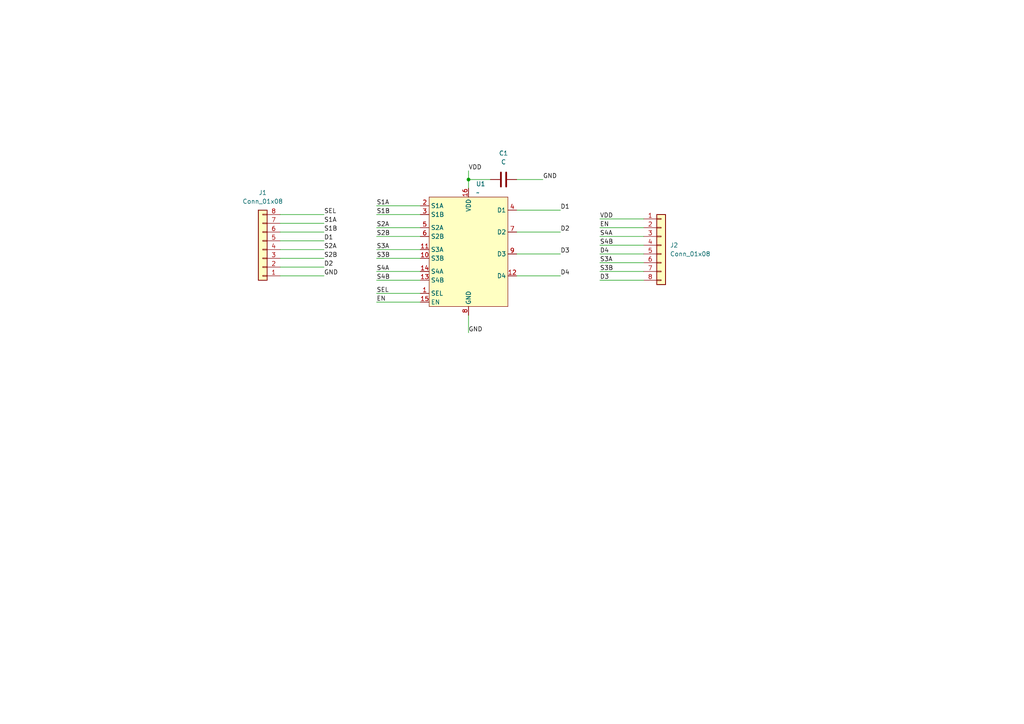
<source format=kicad_sch>
(kicad_sch (version 20250114) (generator "eeschema") (generator_version "9.0")
  (paper "A4")
  (lib_symbols
    (symbol "Battery Emulator:SN3257-Q1"
      (property "Reference" "U" (at 0 0 0))
      (symbol "SN3257-Q1_0_0"
        (pin input line (at -7.62 5.08 0) (length 2.54) (name "S1A") (number "2"))
        (pin input line (at -7.62 2.54 0) (length 2.54) (name "S1B") (number "3"))
        (pin input line (at -7.62 -1.27 0) (length 2.54) (name "S2A") (number "5"))
        (pin input line (at -7.62 -3.81 0) (length 2.54) (name "S2B") (number "6"))
        (pin input line (at -7.62 -7.62 0) (length 2.54) (name "S3A") (number "11"))
        (pin input line (at -7.62 -10.16 0) (length 2.54) (name "S3B") (number "10"))
        (pin input line (at -7.62 -13.97 0) (length 2.54) (name "S4A") (number "14"))
        (pin input line (at -7.62 -16.51 0) (length 2.54) (name "S4B") (number "13"))
        (pin output line (at 20.32 3.81 180) (length 2.54) (name "D1") (number "4"))
        (pin output line (at 20.32 -2.54 180) (length 2.54) (name "D2") (number "7"))
        (pin output line (at 20.32 -8.89 180) (length 2.54) (name "D3") (number "9"))
        (pin output line (at 20.32 -15.24 180) (length 2.54) (name "D4") (number "12"))
      )
      (symbol "SN3257-Q1_1_0"
        (pin input line (at -7.62 -20.32 0) (length 2.54) (name "SEL") (number "1"))
        (pin input line (at -7.62 -22.86 0) (length 2.54) (name "EN") (number "15"))
        (pin input line (at 6.35 10.16 270) (length 2.54) (name "VDD") (number "16"))
        (pin input line (at 6.35 -26.67 90) (length 2.54) (name "GND") (number "8"))
      )
      (symbol "SN3257-Q1_1_1"
        (rectangle (start -5.08 7.62) (end 17.78 -24.13) (fill (type background)))
      )
    )
    (symbol "Connector_Generic:Conn_01x08" (pin_names (offset 1.016) (hide yes))
      (property "Reference" "J" (at 0 10.16 0))
      (property "Value" "Conn_01x08" (at 0 -12.7 0))
      (symbol "Conn_01x08_1_1"
        (rectangle (start -1.27 8.89) (end 1.27 -11.43) (stroke (width 0.254)) (fill (type background)))
        (rectangle (start -1.27 7.747) (end 0 7.493) (stroke (width 0.1524)))
        (rectangle (start -1.27 5.207) (end 0 4.953) (stroke (width 0.1524)))
        (rectangle (start -1.27 2.667) (end 0 2.413) (stroke (width 0.1524)))
        (rectangle (start -1.27 0.127) (end 0 -0.127) (stroke (width 0.1524)))
        (rectangle (start -1.27 -2.413) (end 0 -2.667) (stroke (width 0.1524)))
        (rectangle (start -1.27 -4.953) (end 0 -5.207) (stroke (width 0.1524)))
        (rectangle (start -1.27 -7.493) (end 0 -7.747) (stroke (width 0.1524)))
        (rectangle (start -1.27 -10.033) (end 0 -10.287) (stroke (width 0.1524)))
        (pin passive line (at -5.08 7.62 0) (length 3.81) (name "Pin_1") (number "1"))
        (pin passive line (at -5.08 5.08 0) (length 3.81) (name "Pin_2") (number "2"))
        (pin passive line (at -5.08 2.54 0) (length 3.81) (name "Pin_3") (number "3"))
        (pin passive line (at -5.08 0 0) (length 3.81) (name "Pin_4") (number "4"))
        (pin passive line (at -5.08 -2.54 0) (length 3.81) (name "Pin_5") (number "5"))
        (pin passive line (at -5.08 -5.08 0) (length 3.81) (name "Pin_6") (number "6"))
        (pin passive line (at -5.08 -7.62 0) (length 3.81) (name "Pin_7") (number "7"))
        (pin passive line (at -5.08 -10.16 0) (length 3.81) (name "Pin_8") (number "8"))
      )
    )
    (symbol "Device:C" (pin_numbers (hide yes)) (pin_names (offset 0.254))
      (property "Reference" "C" (at 0.635 2.54 0))
      (property "Value" "C" (at 0.635 -2.54 0))
      (symbol "C_0_1"
        (polyline (pts (xy -2.032 0.762) (xy 2.032 0.762)) (stroke (width 0.508)))
        (polyline (pts (xy -2.032 -0.762) (xy 2.032 -0.762)) (stroke (width 0.508)))
      )
      (symbol "C_1_1"
        (pin passive line (at 0 3.81 270) (length 2.794) (name "~") (number "1"))
        (pin passive line (at 0 -3.81 90) (length 2.794) (name "~") (number "2"))
      )
    )
  )
  (junction (at 135.89 52.07))
  (wire (pts (xy 173.99 68.58) (xy 186.69 68.58)))
  (wire (pts (xy 109.22 78.74) (xy 121.92 78.74)))
  (wire (pts (xy 173.99 78.74) (xy 186.69 78.74)))
  (wire (pts (xy 81.28 67.31) (xy 93.98 67.31)))
  (wire (pts (xy 173.99 81.28) (xy 186.69 81.28)))
  (wire (pts (xy 109.22 74.93) (xy 121.92 74.93)))
  (wire (pts (xy 149.86 73.66) (xy 162.56 73.66)))
  (wire (pts (xy 173.99 63.5) (xy 186.69 63.5)))
  (wire (pts (xy 81.28 77.47) (xy 93.98 77.47)))
  (wire (pts (xy 109.22 66.04) (xy 121.92 66.04)))
  (wire (pts (xy 81.28 64.77) (xy 93.98 64.77)))
  (wire (pts (xy 81.28 74.93) (xy 93.98 74.93)))
  (wire (pts (xy 109.22 68.58) (xy 121.92 68.58)))
  (wire (pts (xy 81.28 69.85) (xy 93.98 69.85)))
  (wire (pts (xy 135.89 52.07) (xy 142.24 52.07)))
  (wire (pts (xy 81.28 80.01) (xy 93.98 80.01)))
  (wire (pts (xy 109.22 59.69) (xy 121.92 59.69)))
  (wire (pts (xy 109.22 62.23) (xy 121.92 62.23)))
  (wire (pts (xy 135.89 49.53) (xy 135.89 52.07)))
  (wire (pts (xy 109.22 72.39) (xy 121.92 72.39)))
  (wire (pts (xy 109.22 85.09) (xy 121.92 85.09)))
  (wire (pts (xy 149.86 67.31) (xy 162.56 67.31)))
  (wire (pts (xy 135.89 52.07) (xy 135.89 54.61)))
  (wire (pts (xy 149.86 52.07) (xy 157.48 52.07)))
  (wire (pts (xy 173.99 76.2) (xy 186.69 76.2)))
  (wire (pts (xy 149.86 80.01) (xy 162.56 80.01)))
  (wire (pts (xy 109.22 81.28) (xy 121.92 81.28)))
  (wire (pts (xy 135.89 91.44) (xy 135.89 96.52)))
  (wire (pts (xy 173.99 66.04) (xy 186.69 66.04)))
  (wire (pts (xy 149.86 60.96) (xy 162.56 60.96)))
  (wire (pts (xy 81.28 72.39) (xy 93.98 72.39)))
  (wire (pts (xy 109.22 87.63) (xy 121.92 87.63)))
  (wire (pts (xy 173.99 71.12) (xy 186.69 71.12)))
  (wire (pts (xy 81.28 62.23) (xy 93.98 62.23)))
  (wire (pts (xy 173.99 73.66) (xy 186.69 73.66)))
  (label "S2A" (at 109.22 66.04 0))
  (label "S3B" (at 109.22 74.93 0))
  (label "S3A" (at 109.22 72.39 0))
  (label "D2" (at 93.98 77.47 0))
  (label "S3B" (at 173.99 78.74 0))
  (label "GND" (at 93.98 80.01 0))
  (label "D4" (at 173.99 73.66 0))
  (label "GND" (at 157.48 52.07 0))
  (label "S1B" (at 109.22 62.23 0))
  (label "VDD" (at 173.99 63.5 0))
  (label "D2" (at 162.56 67.31 0))
  (label "S2B" (at 109.22 68.58 0))
  (label "D4" (at 162.56 80.01 0))
  (label "S4B" (at 173.99 71.12 0))
  (label "D1" (at 162.56 60.96 0))
  (label "D3" (at 173.99 81.28 0))
  (label "S2B" (at 93.98 74.93 0))
  (label "D3" (at 162.56 73.66 0))
  (label "S4A" (at 173.99 68.58 0))
  (label "D1" (at 93.98 69.85 0))
  (label "S1A" (at 109.22 59.69 0))
  (label "EN" (at 109.22 87.63 0))
  (label "S3A" (at 173.99 76.2 0))
  (label "S4A" (at 109.22 78.74 0))
  (label "EN" (at 173.99 66.04 0))
  (label "VDD" (at 135.89 49.53 0))
  (label "S1B" (at 93.98 67.31 0))
  (label "SEL" (at 93.98 62.23 0))
  (label "S2A" (at 93.98 72.39 0))
  (label "S1A" (at 93.98 64.77 0))
  (label "SEL" (at 109.22 85.09 0))
  (label "S4B" (at 109.22 81.28 0))
  (label "GND" (at 135.89 96.52 0))
  (symbol (lib_id "Connector_Generic:Conn_01x08") (at 76.2 72.39 180) (unit 1)
    (property "Reference" "J1" (at 76.2 55.88 0))
    (property "Value" "Conn_01x08" (at 76.2 58.42 0))
    (property "Footprint" "Connector_PinHeader_2.54mm:PinHeader_1x08_P2.54mm_Vertical" (effects (hide yes)))
    (property "Description" "Generic connector, single row, 01x08, script generated (kicad-library-utils/schlib/autogen/connector/)" (effects (hide yes)))
  )
  (symbol (lib_id "Battery Emulator:SN3257-Q1") (at 129.54 64.77 0) (unit 1)
    (property "Reference" "U1" (at 138.0333 53.34 0) (effects (justify left)))
    (property "Value" "~" (at 138.0333 55.88 0) (effects (justify left)))
    (property "Footprint" "battery_emulator:SOIC_PRQ1_TEX-L" (effects (hide yes)))
  )
  (symbol (lib_id "Device:C") (at 146.05 52.07 270) (unit 1)
    (property "Reference" "C1" (at 146.05 44.45 90))
    (property "Value" "C" (at 146.05 46.99 90))
    (property "Footprint" "Capacitor_THT:C_Disc_D3.0mm_W1.6mm_P2.50mm" (effects (hide yes)))
    (property "Description" "Unpolarized capacitor" (effects (hide yes)))
  )
  (symbol (lib_id "Connector_Generic:Conn_01x08") (at 191.77 71.12 0) (unit 1)
    (property "Reference" "J2" (at 194.31 71.1199 0) (effects (justify left)))
    (property "Value" "Conn_01x08" (at 194.31 73.6599 0) (effects (justify left)))
    (property "Footprint" "Connector_PinHeader_2.54mm:PinHeader_1x08_P2.54mm_Vertical" (effects (hide yes)))
    (property "Description" "Generic connector, single row, 01x08, script generated (kicad-library-utils/schlib/autogen/connector/)" (effects (hide yes)))
  )
)
</source>
